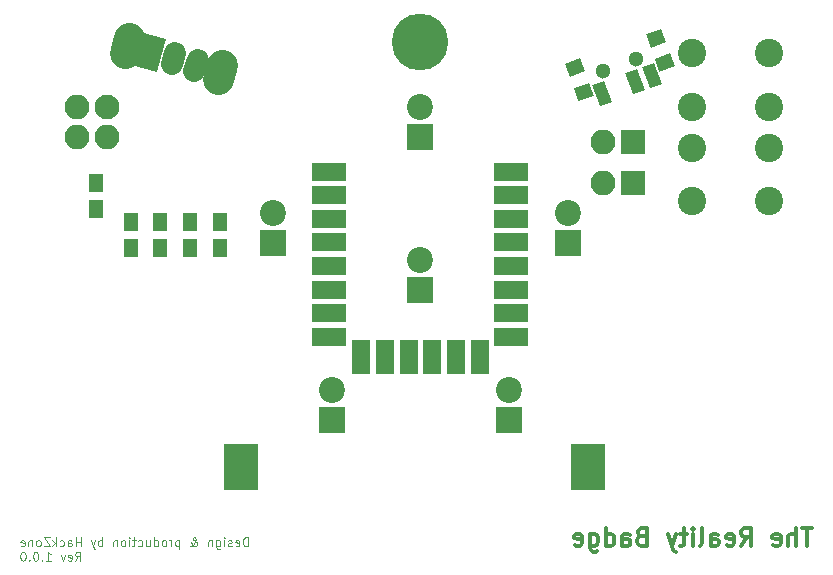
<source format=gbr>
G04 #@! TF.FileFunction,Soldermask,Bot*
%FSLAX46Y46*%
G04 Gerber Fmt 4.6, Leading zero omitted, Abs format (unit mm)*
G04 Created by KiCad (PCBNEW 4.0.7) date 2018 September 05, Wednesday 09:18:00*
%MOMM*%
%LPD*%
G01*
G04 APERTURE LIST*
%ADD10C,0.100000*%
%ADD11C,0.300000*%
%ADD12C,1.300000*%
%ADD13C,2.400000*%
%ADD14C,2.100000*%
%ADD15O,2.100000X2.100000*%
%ADD16R,1.300000X1.600000*%
%ADD17R,2.900000X1.500000*%
%ADD18R,1.500000X2.900000*%
%ADD19R,2.100000X2.100000*%
%ADD20C,4.800000*%
%ADD21C,1.000000*%
%ADD22C,1.900000*%
%ADD23C,2.600000*%
%ADD24R,2.940000X3.910000*%
%ADD25R,2.200000X2.200000*%
%ADD26C,2.200000*%
G04 APERTURE END LIST*
D10*
D11*
X68142857Y4071429D02*
X67285714Y4071429D01*
X67714285Y2571429D02*
X67714285Y4071429D01*
X66785714Y2571429D02*
X66785714Y4071429D01*
X66142857Y2571429D02*
X66142857Y3357143D01*
X66214286Y3500000D01*
X66357143Y3571429D01*
X66571428Y3571429D01*
X66714286Y3500000D01*
X66785714Y3428571D01*
X64857143Y2642857D02*
X65000000Y2571429D01*
X65285714Y2571429D01*
X65428571Y2642857D01*
X65500000Y2785714D01*
X65500000Y3357143D01*
X65428571Y3500000D01*
X65285714Y3571429D01*
X65000000Y3571429D01*
X64857143Y3500000D01*
X64785714Y3357143D01*
X64785714Y3214286D01*
X65500000Y3071429D01*
X62142857Y2571429D02*
X62642857Y3285714D01*
X63000000Y2571429D02*
X63000000Y4071429D01*
X62428572Y4071429D01*
X62285714Y4000000D01*
X62214286Y3928571D01*
X62142857Y3785714D01*
X62142857Y3571429D01*
X62214286Y3428571D01*
X62285714Y3357143D01*
X62428572Y3285714D01*
X63000000Y3285714D01*
X60928572Y2642857D02*
X61071429Y2571429D01*
X61357143Y2571429D01*
X61500000Y2642857D01*
X61571429Y2785714D01*
X61571429Y3357143D01*
X61500000Y3500000D01*
X61357143Y3571429D01*
X61071429Y3571429D01*
X60928572Y3500000D01*
X60857143Y3357143D01*
X60857143Y3214286D01*
X61571429Y3071429D01*
X59571429Y2571429D02*
X59571429Y3357143D01*
X59642858Y3500000D01*
X59785715Y3571429D01*
X60071429Y3571429D01*
X60214286Y3500000D01*
X59571429Y2642857D02*
X59714286Y2571429D01*
X60071429Y2571429D01*
X60214286Y2642857D01*
X60285715Y2785714D01*
X60285715Y2928571D01*
X60214286Y3071429D01*
X60071429Y3142857D01*
X59714286Y3142857D01*
X59571429Y3214286D01*
X58642857Y2571429D02*
X58785715Y2642857D01*
X58857143Y2785714D01*
X58857143Y4071429D01*
X58071429Y2571429D02*
X58071429Y3571429D01*
X58071429Y4071429D02*
X58142858Y4000000D01*
X58071429Y3928571D01*
X58000001Y4000000D01*
X58071429Y4071429D01*
X58071429Y3928571D01*
X57571429Y3571429D02*
X57000000Y3571429D01*
X57357143Y4071429D02*
X57357143Y2785714D01*
X57285715Y2642857D01*
X57142857Y2571429D01*
X57000000Y2571429D01*
X56642857Y3571429D02*
X56285714Y2571429D01*
X55928572Y3571429D02*
X56285714Y2571429D01*
X56428572Y2214286D01*
X56500000Y2142857D01*
X56642857Y2071429D01*
X53714286Y3357143D02*
X53500000Y3285714D01*
X53428572Y3214286D01*
X53357143Y3071429D01*
X53357143Y2857143D01*
X53428572Y2714286D01*
X53500000Y2642857D01*
X53642858Y2571429D01*
X54214286Y2571429D01*
X54214286Y4071429D01*
X53714286Y4071429D01*
X53571429Y4000000D01*
X53500000Y3928571D01*
X53428572Y3785714D01*
X53428572Y3642857D01*
X53500000Y3500000D01*
X53571429Y3428571D01*
X53714286Y3357143D01*
X54214286Y3357143D01*
X52071429Y2571429D02*
X52071429Y3357143D01*
X52142858Y3500000D01*
X52285715Y3571429D01*
X52571429Y3571429D01*
X52714286Y3500000D01*
X52071429Y2642857D02*
X52214286Y2571429D01*
X52571429Y2571429D01*
X52714286Y2642857D01*
X52785715Y2785714D01*
X52785715Y2928571D01*
X52714286Y3071429D01*
X52571429Y3142857D01*
X52214286Y3142857D01*
X52071429Y3214286D01*
X50714286Y2571429D02*
X50714286Y4071429D01*
X50714286Y2642857D02*
X50857143Y2571429D01*
X51142857Y2571429D01*
X51285715Y2642857D01*
X51357143Y2714286D01*
X51428572Y2857143D01*
X51428572Y3285714D01*
X51357143Y3428571D01*
X51285715Y3500000D01*
X51142857Y3571429D01*
X50857143Y3571429D01*
X50714286Y3500000D01*
X49357143Y3571429D02*
X49357143Y2357143D01*
X49428572Y2214286D01*
X49500000Y2142857D01*
X49642857Y2071429D01*
X49857143Y2071429D01*
X50000000Y2142857D01*
X49357143Y2642857D02*
X49500000Y2571429D01*
X49785714Y2571429D01*
X49928572Y2642857D01*
X50000000Y2714286D01*
X50071429Y2857143D01*
X50071429Y3285714D01*
X50000000Y3428571D01*
X49928572Y3500000D01*
X49785714Y3571429D01*
X49500000Y3571429D01*
X49357143Y3500000D01*
X48071429Y2642857D02*
X48214286Y2571429D01*
X48500000Y2571429D01*
X48642857Y2642857D01*
X48714286Y2785714D01*
X48714286Y3357143D01*
X48642857Y3500000D01*
X48500000Y3571429D01*
X48214286Y3571429D01*
X48071429Y3500000D01*
X48000000Y3357143D01*
X48000000Y3214286D01*
X48714286Y3071429D01*
D10*
X20392854Y2523214D02*
X20392854Y3273214D01*
X20214282Y3273214D01*
X20107139Y3237500D01*
X20035711Y3166071D01*
X19999996Y3094643D01*
X19964282Y2951786D01*
X19964282Y2844643D01*
X19999996Y2701786D01*
X20035711Y2630357D01*
X20107139Y2558929D01*
X20214282Y2523214D01*
X20392854Y2523214D01*
X19357139Y2558929D02*
X19428568Y2523214D01*
X19571425Y2523214D01*
X19642854Y2558929D01*
X19678568Y2630357D01*
X19678568Y2916071D01*
X19642854Y2987500D01*
X19571425Y3023214D01*
X19428568Y3023214D01*
X19357139Y2987500D01*
X19321425Y2916071D01*
X19321425Y2844643D01*
X19678568Y2773214D01*
X19035711Y2558929D02*
X18964282Y2523214D01*
X18821425Y2523214D01*
X18749997Y2558929D01*
X18714282Y2630357D01*
X18714282Y2666071D01*
X18749997Y2737500D01*
X18821425Y2773214D01*
X18928568Y2773214D01*
X18999997Y2808929D01*
X19035711Y2880357D01*
X19035711Y2916071D01*
X18999997Y2987500D01*
X18928568Y3023214D01*
X18821425Y3023214D01*
X18749997Y2987500D01*
X18392854Y2523214D02*
X18392854Y3023214D01*
X18392854Y3273214D02*
X18428568Y3237500D01*
X18392854Y3201786D01*
X18357139Y3237500D01*
X18392854Y3273214D01*
X18392854Y3201786D01*
X17714282Y3023214D02*
X17714282Y2416071D01*
X17749996Y2344643D01*
X17785711Y2308929D01*
X17857139Y2273214D01*
X17964282Y2273214D01*
X18035711Y2308929D01*
X17714282Y2558929D02*
X17785711Y2523214D01*
X17928568Y2523214D01*
X17999996Y2558929D01*
X18035711Y2594643D01*
X18071425Y2666071D01*
X18071425Y2880357D01*
X18035711Y2951786D01*
X17999996Y2987500D01*
X17928568Y3023214D01*
X17785711Y3023214D01*
X17714282Y2987500D01*
X17357140Y3023214D02*
X17357140Y2523214D01*
X17357140Y2951786D02*
X17321425Y2987500D01*
X17249997Y3023214D01*
X17142854Y3023214D01*
X17071425Y2987500D01*
X17035711Y2916071D01*
X17035711Y2523214D01*
X15499997Y2523214D02*
X15535711Y2523214D01*
X15607140Y2558929D01*
X15714282Y2666071D01*
X15892854Y2880357D01*
X15964282Y2987500D01*
X15999997Y3094643D01*
X15999997Y3166071D01*
X15964282Y3237500D01*
X15892854Y3273214D01*
X15857140Y3273214D01*
X15785711Y3237500D01*
X15749997Y3166071D01*
X15749997Y3130357D01*
X15785711Y3058929D01*
X15821425Y3023214D01*
X16035711Y2880357D01*
X16071425Y2844643D01*
X16107140Y2773214D01*
X16107140Y2666071D01*
X16071425Y2594643D01*
X16035711Y2558929D01*
X15964282Y2523214D01*
X15857140Y2523214D01*
X15785711Y2558929D01*
X15749997Y2594643D01*
X15642854Y2737500D01*
X15607140Y2844643D01*
X15607140Y2916071D01*
X14607140Y3023214D02*
X14607140Y2273214D01*
X14607140Y2987500D02*
X14535711Y3023214D01*
X14392854Y3023214D01*
X14321425Y2987500D01*
X14285711Y2951786D01*
X14249997Y2880357D01*
X14249997Y2666071D01*
X14285711Y2594643D01*
X14321425Y2558929D01*
X14392854Y2523214D01*
X14535711Y2523214D01*
X14607140Y2558929D01*
X13928569Y2523214D02*
X13928569Y3023214D01*
X13928569Y2880357D02*
X13892854Y2951786D01*
X13857140Y2987500D01*
X13785711Y3023214D01*
X13714283Y3023214D01*
X13357140Y2523214D02*
X13428568Y2558929D01*
X13464283Y2594643D01*
X13499997Y2666071D01*
X13499997Y2880357D01*
X13464283Y2951786D01*
X13428568Y2987500D01*
X13357140Y3023214D01*
X13249997Y3023214D01*
X13178568Y2987500D01*
X13142854Y2951786D01*
X13107140Y2880357D01*
X13107140Y2666071D01*
X13142854Y2594643D01*
X13178568Y2558929D01*
X13249997Y2523214D01*
X13357140Y2523214D01*
X12464283Y2523214D02*
X12464283Y3273214D01*
X12464283Y2558929D02*
X12535712Y2523214D01*
X12678569Y2523214D01*
X12749997Y2558929D01*
X12785712Y2594643D01*
X12821426Y2666071D01*
X12821426Y2880357D01*
X12785712Y2951786D01*
X12749997Y2987500D01*
X12678569Y3023214D01*
X12535712Y3023214D01*
X12464283Y2987500D01*
X11785712Y3023214D02*
X11785712Y2523214D01*
X12107141Y3023214D02*
X12107141Y2630357D01*
X12071426Y2558929D01*
X11999998Y2523214D01*
X11892855Y2523214D01*
X11821426Y2558929D01*
X11785712Y2594643D01*
X11107141Y2558929D02*
X11178570Y2523214D01*
X11321427Y2523214D01*
X11392855Y2558929D01*
X11428570Y2594643D01*
X11464284Y2666071D01*
X11464284Y2880357D01*
X11428570Y2951786D01*
X11392855Y2987500D01*
X11321427Y3023214D01*
X11178570Y3023214D01*
X11107141Y2987500D01*
X10892855Y3023214D02*
X10607141Y3023214D01*
X10785713Y3273214D02*
X10785713Y2630357D01*
X10749998Y2558929D01*
X10678570Y2523214D01*
X10607141Y2523214D01*
X10357142Y2523214D02*
X10357142Y3023214D01*
X10357142Y3273214D02*
X10392856Y3237500D01*
X10357142Y3201786D01*
X10321427Y3237500D01*
X10357142Y3273214D01*
X10357142Y3201786D01*
X9892856Y2523214D02*
X9964284Y2558929D01*
X9999999Y2594643D01*
X10035713Y2666071D01*
X10035713Y2880357D01*
X9999999Y2951786D01*
X9964284Y2987500D01*
X9892856Y3023214D01*
X9785713Y3023214D01*
X9714284Y2987500D01*
X9678570Y2951786D01*
X9642856Y2880357D01*
X9642856Y2666071D01*
X9678570Y2594643D01*
X9714284Y2558929D01*
X9785713Y2523214D01*
X9892856Y2523214D01*
X9321428Y3023214D02*
X9321428Y2523214D01*
X9321428Y2951786D02*
X9285713Y2987500D01*
X9214285Y3023214D01*
X9107142Y3023214D01*
X9035713Y2987500D01*
X8999999Y2916071D01*
X8999999Y2523214D01*
X8071428Y2523214D02*
X8071428Y3273214D01*
X8071428Y2987500D02*
X7999999Y3023214D01*
X7857142Y3023214D01*
X7785713Y2987500D01*
X7749999Y2951786D01*
X7714285Y2880357D01*
X7714285Y2666071D01*
X7749999Y2594643D01*
X7785713Y2558929D01*
X7857142Y2523214D01*
X7999999Y2523214D01*
X8071428Y2558929D01*
X7464285Y3023214D02*
X7285714Y2523214D01*
X7107142Y3023214D02*
X7285714Y2523214D01*
X7357142Y2344643D01*
X7392857Y2308929D01*
X7464285Y2273214D01*
X6249999Y2523214D02*
X6249999Y3273214D01*
X6249999Y2916071D02*
X5821427Y2916071D01*
X5821427Y2523214D02*
X5821427Y3273214D01*
X5142856Y2523214D02*
X5142856Y2916071D01*
X5178570Y2987500D01*
X5249999Y3023214D01*
X5392856Y3023214D01*
X5464285Y2987500D01*
X5142856Y2558929D02*
X5214285Y2523214D01*
X5392856Y2523214D01*
X5464285Y2558929D01*
X5499999Y2630357D01*
X5499999Y2701786D01*
X5464285Y2773214D01*
X5392856Y2808929D01*
X5214285Y2808929D01*
X5142856Y2844643D01*
X4464285Y2558929D02*
X4535714Y2523214D01*
X4678571Y2523214D01*
X4749999Y2558929D01*
X4785714Y2594643D01*
X4821428Y2666071D01*
X4821428Y2880357D01*
X4785714Y2951786D01*
X4749999Y2987500D01*
X4678571Y3023214D01*
X4535714Y3023214D01*
X4464285Y2987500D01*
X4142857Y2523214D02*
X4142857Y3273214D01*
X4071428Y2808929D02*
X3857142Y2523214D01*
X3857142Y3023214D02*
X4142857Y2737500D01*
X3607142Y3273214D02*
X3107142Y3273214D01*
X3607142Y2523214D01*
X3107142Y2523214D01*
X2714285Y2523214D02*
X2785713Y2558929D01*
X2821428Y2594643D01*
X2857142Y2666071D01*
X2857142Y2880357D01*
X2821428Y2951786D01*
X2785713Y2987500D01*
X2714285Y3023214D01*
X2607142Y3023214D01*
X2535713Y2987500D01*
X2499999Y2951786D01*
X2464285Y2880357D01*
X2464285Y2666071D01*
X2499999Y2594643D01*
X2535713Y2558929D01*
X2607142Y2523214D01*
X2714285Y2523214D01*
X2142857Y3023214D02*
X2142857Y2523214D01*
X2142857Y2951786D02*
X2107142Y2987500D01*
X2035714Y3023214D01*
X1928571Y3023214D01*
X1857142Y2987500D01*
X1821428Y2916071D01*
X1821428Y2523214D01*
X1178571Y2558929D02*
X1250000Y2523214D01*
X1392857Y2523214D01*
X1464286Y2558929D01*
X1500000Y2630357D01*
X1500000Y2916071D01*
X1464286Y2987500D01*
X1392857Y3023214D01*
X1250000Y3023214D01*
X1178571Y2987500D01*
X1142857Y2916071D01*
X1142857Y2844643D01*
X1500000Y2773214D01*
X5785716Y1298214D02*
X6035716Y1655357D01*
X6214288Y1298214D02*
X6214288Y2048214D01*
X5928573Y2048214D01*
X5857145Y2012500D01*
X5821430Y1976786D01*
X5785716Y1905357D01*
X5785716Y1798214D01*
X5821430Y1726786D01*
X5857145Y1691071D01*
X5928573Y1655357D01*
X6214288Y1655357D01*
X5178573Y1333929D02*
X5250002Y1298214D01*
X5392859Y1298214D01*
X5464288Y1333929D01*
X5500002Y1405357D01*
X5500002Y1691071D01*
X5464288Y1762500D01*
X5392859Y1798214D01*
X5250002Y1798214D01*
X5178573Y1762500D01*
X5142859Y1691071D01*
X5142859Y1619643D01*
X5500002Y1548214D01*
X4892859Y1798214D02*
X4714288Y1298214D01*
X4535716Y1798214D01*
X3285715Y1298214D02*
X3714287Y1298214D01*
X3500001Y1298214D02*
X3500001Y2048214D01*
X3571430Y1941071D01*
X3642858Y1869643D01*
X3714287Y1833929D01*
X2964287Y1369643D02*
X2928572Y1333929D01*
X2964287Y1298214D01*
X3000001Y1333929D01*
X2964287Y1369643D01*
X2964287Y1298214D01*
X2464286Y2048214D02*
X2392858Y2048214D01*
X2321429Y2012500D01*
X2285715Y1976786D01*
X2250001Y1905357D01*
X2214286Y1762500D01*
X2214286Y1583929D01*
X2250001Y1441071D01*
X2285715Y1369643D01*
X2321429Y1333929D01*
X2392858Y1298214D01*
X2464286Y1298214D01*
X2535715Y1333929D01*
X2571429Y1369643D01*
X2607144Y1441071D01*
X2642858Y1583929D01*
X2642858Y1762500D01*
X2607144Y1905357D01*
X2571429Y1976786D01*
X2535715Y2012500D01*
X2464286Y2048214D01*
X1892858Y1369643D02*
X1857143Y1333929D01*
X1892858Y1298214D01*
X1928572Y1333929D01*
X1892858Y1369643D01*
X1892858Y1298214D01*
X1392857Y2048214D02*
X1321429Y2048214D01*
X1250000Y2012500D01*
X1214286Y1976786D01*
X1178572Y1905357D01*
X1142857Y1762500D01*
X1142857Y1583929D01*
X1178572Y1441071D01*
X1214286Y1369643D01*
X1250000Y1333929D01*
X1321429Y1298214D01*
X1392857Y1298214D01*
X1464286Y1333929D01*
X1500000Y1369643D01*
X1535715Y1441071D01*
X1571429Y1583929D01*
X1571429Y1762500D01*
X1535715Y1905357D01*
X1500000Y1976786D01*
X1464286Y2012500D01*
X1392857Y2048214D01*
D12*
X50479305Y42750000D03*
X53298382Y43776060D03*
D10*
G36*
X50181158Y39768204D02*
X49531320Y41553620D01*
X50564982Y41929842D01*
X51214820Y40144426D01*
X50181158Y39768204D01*
X50181158Y39768204D01*
G37*
G36*
X53000236Y40794264D02*
X52350398Y42579680D01*
X53384060Y42955902D01*
X54033898Y41170486D01*
X53000236Y40794264D01*
X53000236Y40794264D01*
G37*
G36*
X54409775Y41307294D02*
X53759937Y43092710D01*
X54793599Y43468932D01*
X55443437Y41683516D01*
X54409775Y41307294D01*
X54409775Y41307294D01*
G37*
G36*
X47630170Y42245088D02*
X47219746Y43372719D01*
X48535316Y43851548D01*
X48945740Y42723917D01*
X47630170Y42245088D01*
X47630170Y42245088D01*
G37*
G36*
X54489926Y44741836D02*
X54079502Y45869467D01*
X55395072Y46348296D01*
X55805496Y45220665D01*
X54489926Y44741836D01*
X54489926Y44741836D01*
G37*
G36*
X55242371Y42674512D02*
X54831947Y43802143D01*
X56147517Y44280972D01*
X56557941Y43153341D01*
X55242371Y42674512D01*
X55242371Y42674512D01*
G37*
G36*
X48382615Y40177765D02*
X47972191Y41305396D01*
X49287761Y41784225D01*
X49698185Y40656594D01*
X48382615Y40177765D01*
X48382615Y40177765D01*
G37*
D13*
X64500000Y31750000D03*
X64500000Y36250000D03*
X58000000Y31750000D03*
X58000000Y36250000D03*
D14*
X8500000Y39750000D03*
D15*
X8500000Y37210000D03*
X5960000Y39750000D03*
X5960000Y37210000D03*
D13*
X58000000Y44250000D03*
X58000000Y39750000D03*
X64500000Y44250000D03*
X64500000Y39750000D03*
D16*
X18000000Y27750000D03*
X18000000Y29950000D03*
X15500000Y27750000D03*
X15500000Y29950000D03*
X13000000Y29950000D03*
X13000000Y27750000D03*
X10500000Y29950000D03*
X10500000Y27750000D03*
X7500000Y33250000D03*
X7500000Y31050000D03*
D17*
X42700000Y34250000D03*
X42700000Y32250000D03*
X42700000Y30250000D03*
X42700000Y28250000D03*
X42700000Y26250000D03*
X42700000Y24250000D03*
X42700000Y22250000D03*
X42700000Y20250000D03*
X27300000Y20250000D03*
X27300000Y22250000D03*
X27300000Y24250000D03*
X27300000Y26250000D03*
X27300000Y28250000D03*
X27300000Y30250000D03*
X27300000Y32250000D03*
X27300000Y34250000D03*
D18*
X40010000Y18550000D03*
X38010000Y18550000D03*
X36010000Y18550000D03*
X34010000Y18550000D03*
X32010000Y18550000D03*
X30010000Y18550000D03*
D19*
X53040000Y36750000D03*
D15*
X50500000Y36750000D03*
D19*
X53000000Y33250000D03*
D15*
X50460000Y33250000D03*
D20*
X35000000Y45250000D03*
D21*
X36650000Y45250000D03*
X36166726Y44083274D03*
X35000000Y43600000D03*
X33833274Y44083274D03*
X33350000Y45250000D03*
X33833274Y46416726D03*
X35000000Y46900000D03*
X36166726Y46416726D03*
D10*
G36*
X10842080Y43220575D02*
X11641429Y46008234D01*
X13467826Y45484523D01*
X12668477Y42696864D01*
X10842080Y43220575D01*
X10842080Y43220575D01*
G37*
D22*
X14215295Y44281905D02*
X13939657Y43320643D01*
X16137819Y43730631D02*
X15862181Y42769369D01*
D23*
X10315467Y45556207D02*
X9957139Y44306567D01*
X18197813Y43295981D02*
X17839485Y42046341D01*
D24*
X49180000Y9250000D03*
X19820000Y9250000D03*
D25*
X35000000Y37210000D03*
D26*
X35000000Y39750000D03*
D25*
X47500000Y28210000D03*
D26*
X47500000Y30750000D03*
D25*
X42500000Y13210000D03*
D26*
X42500000Y15750000D03*
D25*
X27500000Y13250000D03*
D26*
X27500000Y15790000D03*
D25*
X22500000Y28210000D03*
D26*
X22500000Y30750000D03*
D25*
X35000000Y24210000D03*
D26*
X35000000Y26750000D03*
M02*

</source>
